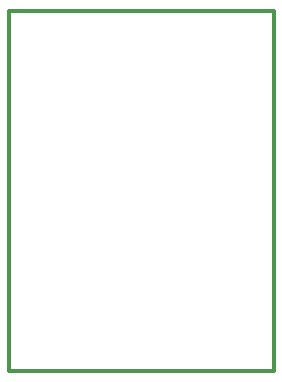
<source format=gtp>
G75*
%MOIN*%
%OFA0B0*%
%FSLAX24Y24*%
%IPPOS*%
%LPD*%
%AMOC8*
5,1,8,0,0,1.08239X$1,22.5*
%
%ADD10C,0.0120*%
D10*
X000533Y000160D02*
X000533Y012160D01*
X009383Y012160D01*
X009383Y000160D01*
X000533Y000160D01*
M02*

</source>
